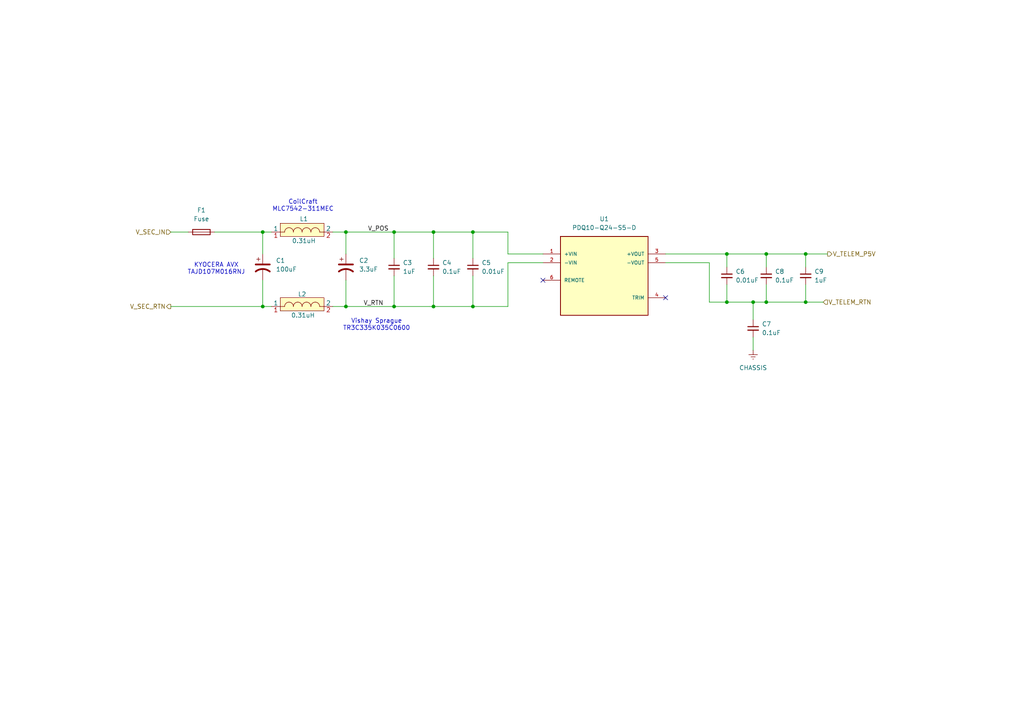
<source format=kicad_sch>
(kicad_sch
	(version 20231120)
	(generator "eeschema")
	(generator_version "8.0")
	(uuid "d5180622-1dbc-4578-9c3d-c32ae5e9519c")
	(paper "A4")
	(lib_symbols
		(symbol "CUI:PDQ10-Q24-S3-D"
			(pin_names
				(offset 1.016)
			)
			(exclude_from_sim no)
			(in_bom yes)
			(on_board yes)
			(property "Reference" "U"
				(at -12.725 10.1799 0)
				(effects
					(font
						(size 1.27 1.27)
					)
					(justify left bottom)
				)
			)
			(property "Value" "PDQ10-Q24-S3-D"
				(at -12.7248 -15.2698 0)
				(effects
					(font
						(size 1.27 1.27)
					)
					(justify left bottom)
				)
			)
			(property "Footprint" "PDQ10-Q24-S3-D:CONV_PDQ10-Q24-S3-D"
				(at 0 0 0)
				(effects
					(font
						(size 1.27 1.27)
					)
					(justify bottom)
					(hide yes)
				)
			)
			(property "Datasheet" ""
				(at 0 0 0)
				(effects
					(font
						(size 1.27 1.27)
					)
					(hide yes)
				)
			)
			(property "Description" ""
				(at 0 0 0)
				(effects
					(font
						(size 1.27 1.27)
					)
					(hide yes)
				)
			)
			(property "MF" "CUI Inc."
				(at 0 0 0)
				(effects
					(font
						(size 1.27 1.27)
					)
					(justify bottom)
					(hide yes)
				)
			)
			(property "Description_1" "10 W, 4:1 Input Range, Single/Dual Regulated Output, 1500 Vdc Isolation, Dc-Dc Converter"
				(at 0 0 0)
				(effects
					(font
						(size 1.27 1.27)
					)
					(justify bottom)
					(hide yes)
				)
			)
			(property "Package" "DIP-6 CUI"
				(at 0 0 0)
				(effects
					(font
						(size 1.27 1.27)
					)
					(justify bottom)
					(hide yes)
				)
			)
			(property "Price" "None"
				(at 0 0 0)
				(effects
					(font
						(size 1.27 1.27)
					)
					(justify bottom)
					(hide yes)
				)
			)
			(property "Check_prices" "https://www.snapeda.com/parts/PDQ10-Q24-S3-D/CUI/view-part/?ref=eda"
				(at 0 0 0)
				(effects
					(font
						(size 1.27 1.27)
					)
					(justify bottom)
					(hide yes)
				)
			)
			(property "STANDARD" "Manufacturer Recommendations"
				(at 0 0 0)
				(effects
					(font
						(size 1.27 1.27)
					)
					(justify bottom)
					(hide yes)
				)
			)
			(property "PARTREV" "1.0"
				(at 0 0 0)
				(effects
					(font
						(size 1.27 1.27)
					)
					(justify bottom)
					(hide yes)
				)
			)
			(property "SnapEDA_Link" "https://www.snapeda.com/parts/PDQ10-Q24-S3-D/CUI/view-part/?ref=snap"
				(at 0 0 0)
				(effects
					(font
						(size 1.27 1.27)
					)
					(justify bottom)
					(hide yes)
				)
			)
			(property "MP" "PDQ10-Q24-S3-D"
				(at 0 0 0)
				(effects
					(font
						(size 1.27 1.27)
					)
					(justify bottom)
					(hide yes)
				)
			)
			(property "CUI_purchase_URL" "https://www.cui.com/product/dc-dc-converters/isolated/pdq10-d-series?utm_source=snapeda.com&utm_medium=referral&utm_campaign=snapedaBOM"
				(at 0 0 0)
				(effects
					(font
						(size 1.27 1.27)
					)
					(justify bottom)
					(hide yes)
				)
			)
			(property "Availability" "In Stock"
				(at 0 0 0)
				(effects
					(font
						(size 1.27 1.27)
					)
					(justify bottom)
					(hide yes)
				)
			)
			(property "MANUFACTURER" "CUI Inc"
				(at 0 0 0)
				(effects
					(font
						(size 1.27 1.27)
					)
					(justify bottom)
					(hide yes)
				)
			)
			(symbol "PDQ10-Q24-S3-D_0_0"
				(rectangle
					(start -12.7 -12.7)
					(end 12.7 10.16)
					(stroke
						(width 0.254)
						(type default)
					)
					(fill
						(type background)
					)
				)
				(pin input line
					(at -17.78 5.08 0)
					(length 5.08)
					(name "+VIN"
						(effects
							(font
								(size 1.016 1.016)
							)
						)
					)
					(number "1"
						(effects
							(font
								(size 1.016 1.016)
							)
						)
					)
				)
				(pin input line
					(at -17.78 2.54 0)
					(length 5.08)
					(name "-VIN"
						(effects
							(font
								(size 1.016 1.016)
							)
						)
					)
					(number "2"
						(effects
							(font
								(size 1.016 1.016)
							)
						)
					)
				)
				(pin output line
					(at 17.78 5.08 180)
					(length 5.08)
					(name "+VOUT"
						(effects
							(font
								(size 1.016 1.016)
							)
						)
					)
					(number "3"
						(effects
							(font
								(size 1.016 1.016)
							)
						)
					)
				)
				(pin passive line
					(at 17.78 -7.62 180)
					(length 5.08)
					(name "TRIM"
						(effects
							(font
								(size 1.016 1.016)
							)
						)
					)
					(number "4"
						(effects
							(font
								(size 1.016 1.016)
							)
						)
					)
				)
				(pin output line
					(at 17.78 2.54 180)
					(length 5.08)
					(name "-VOUT"
						(effects
							(font
								(size 1.016 1.016)
							)
						)
					)
					(number "5"
						(effects
							(font
								(size 1.016 1.016)
							)
						)
					)
				)
				(pin input line
					(at -17.78 -2.54 0)
					(length 5.08)
					(name "REMOTE"
						(effects
							(font
								(size 1.016 1.016)
							)
						)
					)
					(number "6"
						(effects
							(font
								(size 1.016 1.016)
							)
						)
					)
				)
			)
		)
		(symbol "CoilCraft:MLC7542"
			(pin_names
				(offset 0)
			)
			(exclude_from_sim no)
			(in_bom yes)
			(on_board yes)
			(property "Reference" "L"
				(at 5.334 3.81 0)
				(effects
					(font
						(size 1.27 1.27)
					)
				)
			)
			(property "Value" ""
				(at 6.35 3.302 0)
				(effects
					(font
						(size 1.27 1.27)
					)
				)
			)
			(property "Footprint" ""
				(at 6.35 3.302 0)
				(effects
					(font
						(size 1.27 1.27)
					)
					(hide yes)
				)
			)
			(property "Datasheet" ""
				(at 6.35 3.302 0)
				(effects
					(font
						(size 1.27 1.27)
					)
					(hide yes)
				)
			)
			(property "Description" ""
				(at 6.35 3.302 0)
				(effects
					(font
						(size 1.27 1.27)
					)
					(hide yes)
				)
			)
			(symbol "MLC7542_0_1"
				(arc
					(start 2.54 1.27)
					(mid 1.642 0.898)
					(end 1.27 0)
					(stroke
						(width 0)
						(type default)
					)
					(fill
						(type none)
					)
				)
				(arc
					(start 3.81 0)
					(mid 3.438 0.898)
					(end 2.54 1.27)
					(stroke
						(width 0)
						(type default)
					)
					(fill
						(type none)
					)
				)
				(arc
					(start 5.08 1.27)
					(mid 4.182 0.898)
					(end 3.81 0)
					(stroke
						(width 0)
						(type default)
					)
					(fill
						(type none)
					)
				)
				(arc
					(start 6.35 0)
					(mid 5.978 0.898)
					(end 5.08 1.27)
					(stroke
						(width 0)
						(type default)
					)
					(fill
						(type none)
					)
				)
				(arc
					(start 7.62 1.27)
					(mid 6.722 0.898)
					(end 6.35 0)
					(stroke
						(width 0)
						(type default)
					)
					(fill
						(type none)
					)
				)
				(arc
					(start 8.89 0)
					(mid 8.518 0.898)
					(end 7.62 1.27)
					(stroke
						(width 0)
						(type default)
					)
					(fill
						(type none)
					)
				)
				(arc
					(start 10.16 1.27)
					(mid 9.262 0.898)
					(end 8.89 0)
					(stroke
						(width 0)
						(type default)
					)
					(fill
						(type none)
					)
				)
				(arc
					(start 11.43 0)
					(mid 11.058 0.898)
					(end 10.16 1.27)
					(stroke
						(width 0)
						(type default)
					)
					(fill
						(type none)
					)
				)
			)
			(symbol "MLC7542_1_1"
				(polyline
					(pts
						(xy 1.27 0) (xy 0 0)
					)
					(stroke
						(width 0)
						(type default)
					)
					(fill
						(type none)
					)
				)
				(polyline
					(pts
						(xy 11.43 0) (xy 12.7 0)
					)
					(stroke
						(width 0)
						(type default)
					)
					(fill
						(type none)
					)
				)
				(rectangle
					(start 0 2.54)
					(end 12.7 -1.27)
					(stroke
						(width 0)
						(type default)
					)
					(fill
						(type background)
					)
				)
				(pin bidirectional line
					(at -2.54 0 0)
					(length 2.54)
					(name "1"
						(effects
							(font
								(size 1.27 1.27)
							)
						)
					)
					(number "1"
						(effects
							(font
								(size 1.27 1.27)
							)
						)
					)
				)
				(pin bidirectional line
					(at 15.24 0 180)
					(length 2.54)
					(name "2"
						(effects
							(font
								(size 1.27 1.27)
							)
						)
					)
					(number "2"
						(effects
							(font
								(size 1.27 1.27)
							)
						)
					)
				)
			)
		)
		(symbol "Device:C_Polarized_US"
			(pin_numbers hide)
			(pin_names
				(offset 0.254) hide)
			(exclude_from_sim no)
			(in_bom yes)
			(on_board yes)
			(property "Reference" "C"
				(at 0.635 2.54 0)
				(effects
					(font
						(size 1.27 1.27)
					)
					(justify left)
				)
			)
			(property "Value" "C_Polarized_US"
				(at 0.635 -2.54 0)
				(effects
					(font
						(size 1.27 1.27)
					)
					(justify left)
				)
			)
			(property "Footprint" ""
				(at 0 0 0)
				(effects
					(font
						(size 1.27 1.27)
					)
					(hide yes)
				)
			)
			(property "Datasheet" "~"
				(at 0 0 0)
				(effects
					(font
						(size 1.27 1.27)
					)
					(hide yes)
				)
			)
			(property "Description" "Polarized capacitor, US symbol"
				(at 0 0 0)
				(effects
					(font
						(size 1.27 1.27)
					)
					(hide yes)
				)
			)
			(property "ki_keywords" "cap capacitor"
				(at 0 0 0)
				(effects
					(font
						(size 1.27 1.27)
					)
					(hide yes)
				)
			)
			(property "ki_fp_filters" "CP_*"
				(at 0 0 0)
				(effects
					(font
						(size 1.27 1.27)
					)
					(hide yes)
				)
			)
			(symbol "C_Polarized_US_0_1"
				(polyline
					(pts
						(xy -2.032 0.762) (xy 2.032 0.762)
					)
					(stroke
						(width 0.508)
						(type default)
					)
					(fill
						(type none)
					)
				)
				(polyline
					(pts
						(xy -1.778 2.286) (xy -0.762 2.286)
					)
					(stroke
						(width 0)
						(type default)
					)
					(fill
						(type none)
					)
				)
				(polyline
					(pts
						(xy -1.27 1.778) (xy -1.27 2.794)
					)
					(stroke
						(width 0)
						(type default)
					)
					(fill
						(type none)
					)
				)
				(arc
					(start 2.032 -1.27)
					(mid 0 -0.5572)
					(end -2.032 -1.27)
					(stroke
						(width 0.508)
						(type default)
					)
					(fill
						(type none)
					)
				)
			)
			(symbol "C_Polarized_US_1_1"
				(pin passive line
					(at 0 3.81 270)
					(length 2.794)
					(name "~"
						(effects
							(font
								(size 1.27 1.27)
							)
						)
					)
					(number "1"
						(effects
							(font
								(size 1.27 1.27)
							)
						)
					)
				)
				(pin passive line
					(at 0 -3.81 90)
					(length 3.302)
					(name "~"
						(effects
							(font
								(size 1.27 1.27)
							)
						)
					)
					(number "2"
						(effects
							(font
								(size 1.27 1.27)
							)
						)
					)
				)
			)
		)
		(symbol "Device:C_Small"
			(pin_numbers hide)
			(pin_names
				(offset 0.254) hide)
			(exclude_from_sim no)
			(in_bom yes)
			(on_board yes)
			(property "Reference" "C"
				(at 0.254 1.778 0)
				(effects
					(font
						(size 1.27 1.27)
					)
					(justify left)
				)
			)
			(property "Value" "C_Small"
				(at 0.254 -2.032 0)
				(effects
					(font
						(size 1.27 1.27)
					)
					(justify left)
				)
			)
			(property "Footprint" ""
				(at 0 0 0)
				(effects
					(font
						(size 1.27 1.27)
					)
					(hide yes)
				)
			)
			(property "Datasheet" "~"
				(at 0 0 0)
				(effects
					(font
						(size 1.27 1.27)
					)
					(hide yes)
				)
			)
			(property "Description" "Unpolarized capacitor, small symbol"
				(at 0 0 0)
				(effects
					(font
						(size 1.27 1.27)
					)
					(hide yes)
				)
			)
			(property "ki_keywords" "capacitor cap"
				(at 0 0 0)
				(effects
					(font
						(size 1.27 1.27)
					)
					(hide yes)
				)
			)
			(property "ki_fp_filters" "C_*"
				(at 0 0 0)
				(effects
					(font
						(size 1.27 1.27)
					)
					(hide yes)
				)
			)
			(symbol "C_Small_0_1"
				(polyline
					(pts
						(xy -1.524 -0.508) (xy 1.524 -0.508)
					)
					(stroke
						(width 0.3302)
						(type default)
					)
					(fill
						(type none)
					)
				)
				(polyline
					(pts
						(xy -1.524 0.508) (xy 1.524 0.508)
					)
					(stroke
						(width 0.3048)
						(type default)
					)
					(fill
						(type none)
					)
				)
			)
			(symbol "C_Small_1_1"
				(pin passive line
					(at 0 2.54 270)
					(length 2.032)
					(name "~"
						(effects
							(font
								(size 1.27 1.27)
							)
						)
					)
					(number "1"
						(effects
							(font
								(size 1.27 1.27)
							)
						)
					)
				)
				(pin passive line
					(at 0 -2.54 90)
					(length 2.032)
					(name "~"
						(effects
							(font
								(size 1.27 1.27)
							)
						)
					)
					(number "2"
						(effects
							(font
								(size 1.27 1.27)
							)
						)
					)
				)
			)
		)
		(symbol "Device:Fuse"
			(pin_numbers hide)
			(pin_names
				(offset 0)
			)
			(exclude_from_sim no)
			(in_bom yes)
			(on_board yes)
			(property "Reference" "F"
				(at 2.032 0 90)
				(effects
					(font
						(size 1.27 1.27)
					)
				)
			)
			(property "Value" "Fuse"
				(at -1.905 0 90)
				(effects
					(font
						(size 1.27 1.27)
					)
				)
			)
			(property "Footprint" ""
				(at -1.778 0 90)
				(effects
					(font
						(size 1.27 1.27)
					)
					(hide yes)
				)
			)
			(property "Datasheet" "~"
				(at 0 0 0)
				(effects
					(font
						(size 1.27 1.27)
					)
					(hide yes)
				)
			)
			(property "Description" "Fuse"
				(at 0 0 0)
				(effects
					(font
						(size 1.27 1.27)
					)
					(hide yes)
				)
			)
			(property "ki_keywords" "fuse"
				(at 0 0 0)
				(effects
					(font
						(size 1.27 1.27)
					)
					(hide yes)
				)
			)
			(property "ki_fp_filters" "*Fuse*"
				(at 0 0 0)
				(effects
					(font
						(size 1.27 1.27)
					)
					(hide yes)
				)
			)
			(symbol "Fuse_0_1"
				(rectangle
					(start -0.762 -2.54)
					(end 0.762 2.54)
					(stroke
						(width 0.254)
						(type default)
					)
					(fill
						(type none)
					)
				)
				(polyline
					(pts
						(xy 0 2.54) (xy 0 -2.54)
					)
					(stroke
						(width 0)
						(type default)
					)
					(fill
						(type none)
					)
				)
			)
			(symbol "Fuse_1_1"
				(pin passive line
					(at 0 3.81 270)
					(length 1.27)
					(name "~"
						(effects
							(font
								(size 1.27 1.27)
							)
						)
					)
					(number "1"
						(effects
							(font
								(size 1.27 1.27)
							)
						)
					)
				)
				(pin passive line
					(at 0 -3.81 90)
					(length 1.27)
					(name "~"
						(effects
							(font
								(size 1.27 1.27)
							)
						)
					)
					(number "2"
						(effects
							(font
								(size 1.27 1.27)
							)
						)
					)
				)
			)
		)
		(symbol "power:Earth"
			(power)
			(pin_numbers hide)
			(pin_names
				(offset 0) hide)
			(exclude_from_sim no)
			(in_bom yes)
			(on_board yes)
			(property "Reference" "#PWR"
				(at 0 -6.35 0)
				(effects
					(font
						(size 1.27 1.27)
					)
					(hide yes)
				)
			)
			(property "Value" "Earth"
				(at 0 -3.81 0)
				(effects
					(font
						(size 1.27 1.27)
					)
				)
			)
			(property "Footprint" ""
				(at 0 0 0)
				(effects
					(font
						(size 1.27 1.27)
					)
					(hide yes)
				)
			)
			(property "Datasheet" "~"
				(at 0 0 0)
				(effects
					(font
						(size 1.27 1.27)
					)
					(hide yes)
				)
			)
			(property "Description" "Power symbol creates a global label with name \"Earth\""
				(at 0 0 0)
				(effects
					(font
						(size 1.27 1.27)
					)
					(hide yes)
				)
			)
			(property "ki_keywords" "global ground gnd"
				(at 0 0 0)
				(effects
					(font
						(size 1.27 1.27)
					)
					(hide yes)
				)
			)
			(symbol "Earth_0_1"
				(polyline
					(pts
						(xy -0.635 -1.905) (xy 0.635 -1.905)
					)
					(stroke
						(width 0)
						(type default)
					)
					(fill
						(type none)
					)
				)
				(polyline
					(pts
						(xy -0.127 -2.54) (xy 0.127 -2.54)
					)
					(stroke
						(width 0)
						(type default)
					)
					(fill
						(type none)
					)
				)
				(polyline
					(pts
						(xy 0 -1.27) (xy 0 0)
					)
					(stroke
						(width 0)
						(type default)
					)
					(fill
						(type none)
					)
				)
				(polyline
					(pts
						(xy 1.27 -1.27) (xy -1.27 -1.27)
					)
					(stroke
						(width 0)
						(type default)
					)
					(fill
						(type none)
					)
				)
			)
			(symbol "Earth_1_1"
				(pin power_in line
					(at 0 0 270)
					(length 0)
					(name "~"
						(effects
							(font
								(size 1.27 1.27)
							)
						)
					)
					(number "1"
						(effects
							(font
								(size 1.27 1.27)
							)
						)
					)
				)
			)
		)
	)
	(junction
		(at 100.33 88.9)
		(diameter 0)
		(color 0 0 0 0)
		(uuid "0d4a56a8-ef91-446b-be72-ccbc1bb725f7")
	)
	(junction
		(at 137.16 67.31)
		(diameter 0)
		(color 0 0 0 0)
		(uuid "0f11fe56-3896-4654-9c86-84781138b264")
	)
	(junction
		(at 222.25 87.63)
		(diameter 0)
		(color 0 0 0 0)
		(uuid "3177782b-098b-4113-b1e8-ce4f034038c4")
	)
	(junction
		(at 76.2 88.9)
		(diameter 0)
		(color 0 0 0 0)
		(uuid "322958dc-4b9e-4546-9737-779c07205ece")
	)
	(junction
		(at 125.73 67.31)
		(diameter 0)
		(color 0 0 0 0)
		(uuid "43a49a7b-c937-428a-ab70-60d12f59ddd0")
	)
	(junction
		(at 137.16 88.9)
		(diameter 0)
		(color 0 0 0 0)
		(uuid "4ccdfeaa-d89c-46b1-b928-9bdf662432b1")
	)
	(junction
		(at 233.68 87.63)
		(diameter 0)
		(color 0 0 0 0)
		(uuid "4f645e2e-9968-4127-98e2-3193c4ed4987")
	)
	(junction
		(at 100.33 67.31)
		(diameter 0)
		(color 0 0 0 0)
		(uuid "75921914-eb6c-4f75-a5ef-f6cb9def11ff")
	)
	(junction
		(at 114.3 88.9)
		(diameter 0)
		(color 0 0 0 0)
		(uuid "8f5ee86e-15e7-402c-a4cf-22e51aab1cce")
	)
	(junction
		(at 114.3 67.31)
		(diameter 0)
		(color 0 0 0 0)
		(uuid "ab9bfb99-8e3f-467e-825f-db26941f2312")
	)
	(junction
		(at 76.2 67.31)
		(diameter 0)
		(color 0 0 0 0)
		(uuid "c48f75e7-d3b2-4578-b828-db7be81e0566")
	)
	(junction
		(at 222.25 73.66)
		(diameter 0)
		(color 0 0 0 0)
		(uuid "cfbd015b-ff4f-4143-b4f8-5e4bac03ae48")
	)
	(junction
		(at 210.82 73.66)
		(diameter 0)
		(color 0 0 0 0)
		(uuid "f06ea201-6d31-4850-a311-68b53463c8f4")
	)
	(junction
		(at 218.44 87.63)
		(diameter 0)
		(color 0 0 0 0)
		(uuid "f170a8bd-3663-4341-aa79-5ec1406f8ab7")
	)
	(junction
		(at 125.73 88.9)
		(diameter 0)
		(color 0 0 0 0)
		(uuid "f95e7d21-8886-4a32-9eab-ec3b9c5ca9c1")
	)
	(junction
		(at 210.82 87.63)
		(diameter 0)
		(color 0 0 0 0)
		(uuid "fb87307b-1804-420b-9621-201b0db14c95")
	)
	(junction
		(at 233.68 73.66)
		(diameter 0)
		(color 0 0 0 0)
		(uuid "fec91e86-eb81-47bf-a729-a75737be05b1")
	)
	(no_connect
		(at 157.48 81.28)
		(uuid "8943b8c7-5587-4d0a-aaaf-dea91120e7ca")
	)
	(no_connect
		(at 193.04 86.36)
		(uuid "9822f58e-001b-4644-bb1d-8b8220b244ca")
	)
	(wire
		(pts
			(xy 100.33 67.31) (xy 96.52 67.31)
		)
		(stroke
			(width 0)
			(type default)
		)
		(uuid "027a52a5-c3a3-4edf-ac3c-fc725600d669")
	)
	(wire
		(pts
			(xy 125.73 80.01) (xy 125.73 88.9)
		)
		(stroke
			(width 0)
			(type default)
		)
		(uuid "043a1356-9a92-4cef-8fa0-83eb5bbfc7c5")
	)
	(wire
		(pts
			(xy 193.04 76.2) (xy 205.74 76.2)
		)
		(stroke
			(width 0)
			(type default)
		)
		(uuid "053d8aa5-b993-407a-9727-57bf78602a2f")
	)
	(wire
		(pts
			(xy 125.73 67.31) (xy 137.16 67.31)
		)
		(stroke
			(width 0)
			(type default)
		)
		(uuid "067c5001-d878-49a1-8edf-917d922fa479")
	)
	(wire
		(pts
			(xy 233.68 87.63) (xy 238.76 87.63)
		)
		(stroke
			(width 0)
			(type default)
		)
		(uuid "114507a0-32e8-47b0-94b4-72c5be8a41d2")
	)
	(wire
		(pts
			(xy 137.16 67.31) (xy 147.32 67.31)
		)
		(stroke
			(width 0)
			(type default)
		)
		(uuid "1232439e-1a9e-4799-be8a-dd18fde2bc70")
	)
	(wire
		(pts
			(xy 114.3 67.31) (xy 114.3 74.93)
		)
		(stroke
			(width 0)
			(type default)
		)
		(uuid "159fe08c-d595-42b7-9f94-48cf5b92206f")
	)
	(wire
		(pts
			(xy 100.33 67.31) (xy 114.3 67.31)
		)
		(stroke
			(width 0)
			(type default)
		)
		(uuid "18fb7603-07ec-4a91-9466-b1bcfedb7483")
	)
	(wire
		(pts
			(xy 147.32 76.2) (xy 157.48 76.2)
		)
		(stroke
			(width 0)
			(type default)
		)
		(uuid "1d60b67c-bafc-4e0d-a171-6282f6bf8889")
	)
	(wire
		(pts
			(xy 100.33 73.66) (xy 100.33 67.31)
		)
		(stroke
			(width 0)
			(type default)
		)
		(uuid "2645869b-f816-4c61-8b6e-4fd8be95bec8")
	)
	(wire
		(pts
			(xy 114.3 67.31) (xy 125.73 67.31)
		)
		(stroke
			(width 0)
			(type default)
		)
		(uuid "2664ef0b-1b09-4860-b1e0-e0a2f876ad1c")
	)
	(wire
		(pts
			(xy 125.73 88.9) (xy 114.3 88.9)
		)
		(stroke
			(width 0)
			(type default)
		)
		(uuid "2afe9561-0730-4610-ba02-9fd68a9f121a")
	)
	(wire
		(pts
			(xy 114.3 88.9) (xy 100.33 88.9)
		)
		(stroke
			(width 0)
			(type default)
		)
		(uuid "3215d5e7-5b54-4060-aac3-ddc3bc5b96a6")
	)
	(wire
		(pts
			(xy 222.25 73.66) (xy 233.68 73.66)
		)
		(stroke
			(width 0)
			(type default)
		)
		(uuid "3e200c3e-6a1d-42fa-88ab-9775627599be")
	)
	(wire
		(pts
			(xy 76.2 81.28) (xy 76.2 88.9)
		)
		(stroke
			(width 0)
			(type default)
		)
		(uuid "40e1f6ac-d37f-4d44-ab7f-1871e915570a")
	)
	(wire
		(pts
			(xy 210.82 73.66) (xy 222.25 73.66)
		)
		(stroke
			(width 0)
			(type default)
		)
		(uuid "4445be1a-eee1-4b6b-a1ea-52de591759db")
	)
	(wire
		(pts
			(xy 137.16 80.01) (xy 137.16 88.9)
		)
		(stroke
			(width 0)
			(type default)
		)
		(uuid "4672776d-f1dc-43e4-85bf-2bbc954480a8")
	)
	(wire
		(pts
			(xy 76.2 67.31) (xy 76.2 73.66)
		)
		(stroke
			(width 0)
			(type default)
		)
		(uuid "49a8b1b8-4038-4641-9f45-76648546d37b")
	)
	(wire
		(pts
			(xy 233.68 73.66) (xy 240.03 73.66)
		)
		(stroke
			(width 0)
			(type default)
		)
		(uuid "4a014d73-6906-4698-836d-c47cb0c04abd")
	)
	(wire
		(pts
			(xy 76.2 88.9) (xy 78.74 88.9)
		)
		(stroke
			(width 0)
			(type default)
		)
		(uuid "4dd14d98-b053-434f-9d91-d23cbe18e5fc")
	)
	(wire
		(pts
			(xy 210.82 87.63) (xy 218.44 87.63)
		)
		(stroke
			(width 0)
			(type default)
		)
		(uuid "50957229-13b5-4934-a755-3560e55887ce")
	)
	(wire
		(pts
			(xy 100.33 81.28) (xy 100.33 88.9)
		)
		(stroke
			(width 0)
			(type default)
		)
		(uuid "55f77fd4-923f-46ef-9fe4-b88b27647563")
	)
	(wire
		(pts
			(xy 218.44 87.63) (xy 222.25 87.63)
		)
		(stroke
			(width 0)
			(type default)
		)
		(uuid "672c1824-d72b-4ee8-9744-3dfdc4b35f86")
	)
	(wire
		(pts
			(xy 233.68 73.66) (xy 233.68 77.47)
		)
		(stroke
			(width 0)
			(type default)
		)
		(uuid "7214c983-b44d-47fa-b6aa-f857e62450ae")
	)
	(wire
		(pts
			(xy 218.44 87.63) (xy 218.44 92.71)
		)
		(stroke
			(width 0)
			(type default)
		)
		(uuid "76304524-475f-4870-bcd1-29e1165eef0d")
	)
	(wire
		(pts
			(xy 205.74 76.2) (xy 205.74 87.63)
		)
		(stroke
			(width 0)
			(type default)
		)
		(uuid "7662878d-0bce-4033-9813-033fe621e205")
	)
	(wire
		(pts
			(xy 147.32 76.2) (xy 147.32 88.9)
		)
		(stroke
			(width 0)
			(type default)
		)
		(uuid "8275a9ae-e801-4b6d-ae44-ab1b8608156b")
	)
	(wire
		(pts
			(xy 49.53 88.9) (xy 76.2 88.9)
		)
		(stroke
			(width 0)
			(type default)
		)
		(uuid "84cddada-97d4-490d-84f0-72017a582c55")
	)
	(wire
		(pts
			(xy 76.2 67.31) (xy 78.74 67.31)
		)
		(stroke
			(width 0)
			(type default)
		)
		(uuid "8cf293bc-4104-4363-82bf-97a333978a02")
	)
	(wire
		(pts
			(xy 222.25 87.63) (xy 233.68 87.63)
		)
		(stroke
			(width 0)
			(type default)
		)
		(uuid "8fbca9d7-1f77-426e-8729-bc0e3991110f")
	)
	(wire
		(pts
			(xy 147.32 73.66) (xy 157.48 73.66)
		)
		(stroke
			(width 0)
			(type default)
		)
		(uuid "90260f87-3289-4cb2-b247-9bd28848f959")
	)
	(wire
		(pts
			(xy 147.32 67.31) (xy 147.32 73.66)
		)
		(stroke
			(width 0)
			(type default)
		)
		(uuid "99cc0955-902b-4564-8f64-cd6a50de8c87")
	)
	(wire
		(pts
			(xy 137.16 67.31) (xy 137.16 74.93)
		)
		(stroke
			(width 0)
			(type default)
		)
		(uuid "a26b8771-6ca2-432a-ab0a-e26bcdfd4a39")
	)
	(wire
		(pts
			(xy 137.16 88.9) (xy 125.73 88.9)
		)
		(stroke
			(width 0)
			(type default)
		)
		(uuid "a93e96cf-5a56-4d1a-b410-6ce3ffe12378")
	)
	(wire
		(pts
			(xy 100.33 88.9) (xy 96.52 88.9)
		)
		(stroke
			(width 0)
			(type default)
		)
		(uuid "b5b906e3-a892-445d-b3d8-349bb867588c")
	)
	(wire
		(pts
			(xy 222.25 73.66) (xy 222.25 77.47)
		)
		(stroke
			(width 0)
			(type default)
		)
		(uuid "c1ca40ff-3fdf-4cb2-ad88-c226ccff99b6")
	)
	(wire
		(pts
			(xy 193.04 73.66) (xy 210.82 73.66)
		)
		(stroke
			(width 0)
			(type default)
		)
		(uuid "c68786d6-bd5e-465e-a46d-20dd7205d72b")
	)
	(wire
		(pts
			(xy 210.82 73.66) (xy 210.82 77.47)
		)
		(stroke
			(width 0)
			(type default)
		)
		(uuid "d4824907-5b21-4c20-8384-442a3a7cf729")
	)
	(wire
		(pts
			(xy 222.25 82.55) (xy 222.25 87.63)
		)
		(stroke
			(width 0)
			(type default)
		)
		(uuid "d7c2d054-fa83-4e77-a0c6-7d42fb6df715")
	)
	(wire
		(pts
			(xy 147.32 88.9) (xy 137.16 88.9)
		)
		(stroke
			(width 0)
			(type default)
		)
		(uuid "d91c8d2f-eed4-4dff-aa92-8d17e970155d")
	)
	(wire
		(pts
			(xy 62.23 67.31) (xy 76.2 67.31)
		)
		(stroke
			(width 0)
			(type default)
		)
		(uuid "dc4e0136-f134-420c-a1fd-4b9f287f1299")
	)
	(wire
		(pts
			(xy 233.68 82.55) (xy 233.68 87.63)
		)
		(stroke
			(width 0)
			(type default)
		)
		(uuid "dfb7723e-b4cc-436d-8e56-cec428f928d5")
	)
	(wire
		(pts
			(xy 125.73 67.31) (xy 125.73 74.93)
		)
		(stroke
			(width 0)
			(type default)
		)
		(uuid "e20cc7ba-8a4f-488b-be5e-e2fd08925ae2")
	)
	(wire
		(pts
			(xy 210.82 82.55) (xy 210.82 87.63)
		)
		(stroke
			(width 0)
			(type default)
		)
		(uuid "e4526989-2a60-4926-80a5-e2c1a475d87e")
	)
	(wire
		(pts
			(xy 49.53 67.31) (xy 54.61 67.31)
		)
		(stroke
			(width 0)
			(type default)
		)
		(uuid "e8c050c2-67a4-4612-87a1-55cc05cc9fe2")
	)
	(wire
		(pts
			(xy 114.3 80.01) (xy 114.3 88.9)
		)
		(stroke
			(width 0)
			(type default)
		)
		(uuid "f01c608a-0d68-4a49-a129-16e5fc8e144d")
	)
	(wire
		(pts
			(xy 205.74 87.63) (xy 210.82 87.63)
		)
		(stroke
			(width 0)
			(type default)
		)
		(uuid "f3998662-0e87-4630-81ae-3481a3e90995")
	)
	(wire
		(pts
			(xy 218.44 97.79) (xy 218.44 101.6)
		)
		(stroke
			(width 0)
			(type default)
		)
		(uuid "f547d7ff-638c-4cfa-beee-6c83271c590c")
	)
	(text "KYOCERA AVX\nTAJD107M016RNJ"
		(exclude_from_sim no)
		(at 62.738 77.978 0)
		(effects
			(font
				(size 1.27 1.27)
			)
		)
		(uuid "10a1b0d3-921e-40bb-bc96-f26c754c99d5")
	)
	(text "CoilCraft\nMLC7542-311MEC"
		(exclude_from_sim no)
		(at 87.884 59.69 0)
		(effects
			(font
				(size 1.27 1.27)
			)
		)
		(uuid "50920ec0-1c33-42ac-b875-42a9915b0686")
	)
	(text "Vishay Sprague\nTR3C335K035C0600"
		(exclude_from_sim no)
		(at 109.22 94.234 0)
		(effects
			(font
				(size 1.27 1.27)
			)
		)
		(uuid "e939303f-ed74-4ce7-ad18-dbc5fa1468eb")
	)
	(label "V_POS"
		(at 106.68 67.31 0)
		(fields_autoplaced yes)
		(effects
			(font
				(size 1.27 1.27)
			)
			(justify left bottom)
		)
		(uuid "4846cf1e-dd2b-42ab-9b8a-3e4b430fe808")
	)
	(label "V_RTN"
		(at 105.41 88.9 0)
		(fields_autoplaced yes)
		(effects
			(font
				(size 1.27 1.27)
			)
			(justify left bottom)
		)
		(uuid "904b0142-9ec6-475c-b2a5-dcd8c78d3549")
	)
	(hierarchical_label "V_TELEM_RTN"
		(shape input)
		(at 238.76 87.63 0)
		(fields_autoplaced yes)
		(effects
			(font
				(size 1.27 1.27)
			)
			(justify left)
		)
		(uuid "10806957-57df-449f-bde1-784fa45b626b")
	)
	(hierarchical_label "V_SEC_RTN"
		(shape output)
		(at 49.53 88.9 180)
		(fields_autoplaced yes)
		(effects
			(font
				(size 1.27 1.27)
			)
			(justify right)
		)
		(uuid "14d134bb-0bf1-4441-9d88-96a9e6818bef")
	)
	(hierarchical_label "V_TELEM_P5V"
		(shape output)
		(at 240.03 73.66 0)
		(fields_autoplaced yes)
		(effects
			(font
				(size 1.27 1.27)
			)
			(justify left)
		)
		(uuid "2e41f1a3-5816-445d-8f75-41fbdff75dee")
	)
	(hierarchical_label "V_SEC_IN"
		(shape input)
		(at 49.53 67.31 180)
		(fields_autoplaced yes)
		(effects
			(font
				(size 1.27 1.27)
			)
			(justify right)
		)
		(uuid "6058823a-c3c1-43eb-b868-9f860c2d68bc")
	)
	(symbol
		(lib_id "Device:C_Small")
		(at 125.73 77.47 0)
		(unit 1)
		(exclude_from_sim no)
		(in_bom yes)
		(on_board yes)
		(dnp no)
		(fields_autoplaced yes)
		(uuid "0ab84aa4-1ec7-4db6-8ebe-e5ccd9f752c9")
		(property "Reference" "C4"
			(at 128.27 76.2062 0)
			(effects
				(font
					(size 1.27 1.27)
				)
				(justify left)
			)
		)
		(property "Value" "0.1uF"
			(at 128.27 78.7462 0)
			(effects
				(font
					(size 1.27 1.27)
				)
				(justify left)
			)
		)
		(property "Footprint" "Capacitor_SMD:C_0603_1608Metric"
			(at 125.73 77.47 0)
			(effects
				(font
					(size 1.27 1.27)
				)
				(hide yes)
			)
		)
		(property "Datasheet" "~"
			(at 125.73 77.47 0)
			(effects
				(font
					(size 1.27 1.27)
				)
				(hide yes)
			)
		)
		(property "Description" "Unpolarized capacitor, small symbol"
			(at 125.73 77.47 0)
			(effects
				(font
					(size 1.27 1.27)
				)
				(hide yes)
			)
		)
		(pin "2"
			(uuid "c8d44208-9856-4abc-84dc-d787fb8e1585")
		)
		(pin "1"
			(uuid "e5d58565-2530-4edd-ae05-051b4ae5558b")
		)
		(instances
			(project "Telem_PWR_Board"
				(path "/f2c49594-1e47-411f-9b00-fc1877130d98/3af7af67-cd96-4766-9706-b5513a8288c5"
					(reference "C4")
					(unit 1)
				)
			)
		)
	)
	(symbol
		(lib_id "Device:C_Polarized_US")
		(at 100.33 77.47 0)
		(unit 1)
		(exclude_from_sim no)
		(in_bom yes)
		(on_board yes)
		(dnp no)
		(fields_autoplaced yes)
		(uuid "1f6a9adf-1d70-4b2c-bd6b-1b07475b5c23")
		(property "Reference" "C2"
			(at 104.14 75.5649 0)
			(effects
				(font
					(size 1.27 1.27)
				)
				(justify left)
			)
		)
		(property "Value" "3.3uF"
			(at 104.14 78.1049 0)
			(effects
				(font
					(size 1.27 1.27)
				)
				(justify left)
			)
		)
		(property "Footprint" "Capacitor_Tantalum_SMD:CP_EIA-3216-12_Kemet-S"
			(at 100.33 77.47 0)
			(effects
				(font
					(size 1.27 1.27)
				)
				(hide yes)
			)
		)
		(property "Datasheet" "~"
			(at 100.33 77.47 0)
			(effects
				(font
					(size 1.27 1.27)
				)
				(hide yes)
			)
		)
		(property "Description" "Polarized capacitor, US symbol"
			(at 100.33 77.47 0)
			(effects
				(font
					(size 1.27 1.27)
				)
				(hide yes)
			)
		)
		(pin "1"
			(uuid "45aff81c-51e0-4f91-8701-b23d26bc0fe3")
		)
		(pin "2"
			(uuid "4d34ac1e-2a68-4439-88fc-ce07290c18a3")
		)
		(instances
			(project "Telem_PWR_Board"
				(path "/f2c49594-1e47-411f-9b00-fc1877130d98/3af7af67-cd96-4766-9706-b5513a8288c5"
					(reference "C2")
					(unit 1)
				)
			)
		)
	)
	(symbol
		(lib_id "Device:C_Small")
		(at 210.82 80.01 0)
		(unit 1)
		(exclude_from_sim no)
		(in_bom yes)
		(on_board yes)
		(dnp no)
		(fields_autoplaced yes)
		(uuid "39222e92-236f-4e12-8ff3-5060ff7ac65e")
		(property "Reference" "C6"
			(at 213.36 78.7462 0)
			(effects
				(font
					(size 1.27 1.27)
				)
				(justify left)
			)
		)
		(property "Value" "0.01uF"
			(at 213.36 81.2862 0)
			(effects
				(font
					(size 1.27 1.27)
				)
				(justify left)
			)
		)
		(property "Footprint" "Capacitor_SMD:C_0603_1608Metric"
			(at 210.82 80.01 0)
			(effects
				(font
					(size 1.27 1.27)
				)
				(hide yes)
			)
		)
		(property "Datasheet" "~"
			(at 210.82 80.01 0)
			(effects
				(font
					(size 1.27 1.27)
				)
				(hide yes)
			)
		)
		(property "Description" "Unpolarized capacitor, small symbol"
			(at 210.82 80.01 0)
			(effects
				(font
					(size 1.27 1.27)
				)
				(hide yes)
			)
		)
		(pin "2"
			(uuid "f8a19d56-a46d-44d2-b803-10ebec9fc5bb")
		)
		(pin "1"
			(uuid "dc1919fc-1dc0-413f-8ee0-42a9d7072b5c")
		)
		(instances
			(project "Telem_PWR_Board"
				(path "/f2c49594-1e47-411f-9b00-fc1877130d98/3af7af67-cd96-4766-9706-b5513a8288c5"
					(reference "C6")
					(unit 1)
				)
			)
		)
	)
	(symbol
		(lib_id "Device:Fuse")
		(at 58.42 67.31 90)
		(unit 1)
		(exclude_from_sim no)
		(in_bom yes)
		(on_board yes)
		(dnp no)
		(fields_autoplaced yes)
		(uuid "435d521d-c9fd-43c5-8930-23fe12d248ad")
		(property "Reference" "F1"
			(at 58.42 60.96 90)
			(effects
				(font
					(size 1.27 1.27)
				)
			)
		)
		(property "Value" "Fuse"
			(at 58.42 63.5 90)
			(effects
				(font
					(size 1.27 1.27)
				)
			)
		)
		(property "Footprint" ""
			(at 58.42 69.088 90)
			(effects
				(font
					(size 1.27 1.27)
				)
				(hide yes)
			)
		)
		(property "Datasheet" "~"
			(at 58.42 67.31 0)
			(effects
				(font
					(size 1.27 1.27)
				)
				(hide yes)
			)
		)
		(property "Description" "Fuse"
			(at 58.42 67.31 0)
			(effects
				(font
					(size 1.27 1.27)
				)
				(hide yes)
			)
		)
		(pin "2"
			(uuid "f5984ab3-eb14-477d-b9e5-cee7b23372db")
		)
		(pin "1"
			(uuid "a000cf4d-41e8-4502-8fc4-cc115206481f")
		)
		(instances
			(project "Telem_PWR_Board"
				(path "/f2c49594-1e47-411f-9b00-fc1877130d98/3af7af67-cd96-4766-9706-b5513a8288c5"
					(reference "F1")
					(unit 1)
				)
			)
		)
	)
	(symbol
		(lib_id "CUI:PDQ10-Q24-S3-D")
		(at 175.26 78.74 0)
		(unit 1)
		(exclude_from_sim no)
		(in_bom yes)
		(on_board yes)
		(dnp no)
		(fields_autoplaced yes)
		(uuid "4b81cf72-9ff1-47b8-b034-fe9d91d1f932")
		(property "Reference" "U1"
			(at 175.26 63.5 0)
			(effects
				(font
					(size 1.27 1.27)
				)
			)
		)
		(property "Value" "PDQ10-Q24-S5-D"
			(at 175.26 66.04 0)
			(effects
				(font
					(size 1.27 1.27)
				)
			)
		)
		(property "Footprint" "PDQ10-Q24-S3-D:CONV_PDQ10-Q24-S3-D"
			(at 175.26 78.74 0)
			(effects
				(font
					(size 1.27 1.27)
				)
				(justify bottom)
				(hide yes)
			)
		)
		(property "Datasheet" ""
			(at 175.26 78.74 0)
			(effects
				(font
					(size 1.27 1.27)
				)
				(hide yes)
			)
		)
		(property "Description" ""
			(at 175.26 78.74 0)
			(effects
				(font
					(size 1.27 1.27)
				)
				(hide yes)
			)
		)
		(property "MF" "CUI Inc."
			(at 175.26 78.74 0)
			(effects
				(font
					(size 1.27 1.27)
				)
				(justify bottom)
				(hide yes)
			)
		)
		(property "Description_1" "10 W, 4:1 Input Range, Single/Dual Regulated Output, 1500 Vdc Isolation, Dc-Dc Converter"
			(at 175.26 78.74 0)
			(effects
				(font
					(size 1.27 1.27)
				)
				(justify bottom)
				(hide yes)
			)
		)
		(property "Package" "DIP-6 CUI"
			(at 175.26 78.74 0)
			(effects
				(font
					(size 1.27 1.27)
				)
				(justify bottom)
				(hide yes)
			)
		)
		(property "Price" "None"
			(at 175.26 78.74 0)
			(effects
				(font
					(size 1.27 1.27)
				)
				(justify bottom)
				(hide yes)
			)
		)
		(property "Check_prices" "https://www.snapeda.com/parts/PDQ10-Q24-S3-D/CUI/view-part/?ref=eda"
			(at 175.26 78.74 0)
			(effects
				(font
					(size 1.27 1.27)
				)
				(justify bottom)
				(hide yes)
			)
		)
		(property "STANDARD" "Manufacturer Recommendations"
			(at 175.26 78.74 0)
			(effects
				(font
					(size 1.27 1.27)
				)
				(justify bottom)
				(hide yes)
			)
		)
		(property "PARTREV" "1.0"
			(at 175.26 78.74 0)
			(effects
				(font
					(size 1.27 1.27)
				)
				(justify bottom)
				(hide yes)
			)
		)
		(property "SnapEDA_Link" "https://www.snapeda.com/parts/PDQ10-Q24-S3-D/CUI/view-part/?ref=snap"
			(at 175.26 78.74 0)
			(effects
				(font
					(size 1.27 1.27)
				)
				(justify bottom)
				(hide yes)
			)
		)
		(property "MP" "PDQ10-Q24-S3-D"
			(at 175.26 78.74 0)
			(effects
				(font
					(size 1.27 1.27)
				)
				(justify bottom)
				(hide yes)
			)
		)
		(property "CUI_purchase_URL" "https://www.cui.com/product/dc-dc-converters/isolated/pdq10-d-series?utm_source=snapeda.com&utm_medium=referral&utm_campaign=snapedaBOM"
			(at 175.26 78.74 0)
			(effects
				(font
					(size 1.27 1.27)
				)
				(justify bottom)
				(hide yes)
			)
		)
		(property "Availability" "In Stock"
			(at 175.26 78.74 0)
			(effects
				(font
					(size 1.27 1.27)
				)
				(justify bottom)
				(hide yes)
			)
		)
		(property "MANUFACTURER" "CUI Inc"
			(at 175.26 78.74 0)
			(effects
				(font
					(size 1.27 1.27)
				)
				(justify bottom)
				(hide yes)
			)
		)
		(pin "4"
			(uuid "024369e2-156c-4244-9b09-ab840a7e2c36")
		)
		(pin "5"
			(uuid "0e6517bf-1844-41f2-a684-525eb590aed0")
		)
		(pin "6"
			(uuid "1f147a0a-c273-49a9-9a22-efe2c04c821e")
		)
		(pin "1"
			(uuid "41993537-89f5-4b6b-99eb-5fb309c5a762")
		)
		(pin "2"
			(uuid "412fcf58-ff16-49c9-9546-38b24c3bdfbe")
		)
		(pin "3"
			(uuid "6fd7d71c-5e25-466d-9a6c-7cc810b0bb36")
		)
		(instances
			(project "Telem_PWR_Board"
				(path "/f2c49594-1e47-411f-9b00-fc1877130d98/3af7af67-cd96-4766-9706-b5513a8288c5"
					(reference "U1")
					(unit 1)
				)
			)
		)
	)
	(symbol
		(lib_id "Device:C_Small")
		(at 233.68 80.01 0)
		(unit 1)
		(exclude_from_sim no)
		(in_bom yes)
		(on_board yes)
		(dnp no)
		(fields_autoplaced yes)
		(uuid "5331e48f-4fb1-4063-b656-2929096aa464")
		(property "Reference" "C9"
			(at 236.22 78.7462 0)
			(effects
				(font
					(size 1.27 1.27)
				)
				(justify left)
			)
		)
		(property "Value" "1uF"
			(at 236.22 81.2862 0)
			(effects
				(font
					(size 1.27 1.27)
				)
				(justify left)
			)
		)
		(property "Footprint" "Capacitor_SMD:C_0603_1608Metric"
			(at 233.68 80.01 0)
			(effects
				(font
					(size 1.27 1.27)
				)
				(hide yes)
			)
		)
		(property "Datasheet" "~"
			(at 233.68 80.01 0)
			(effects
				(font
					(size 1.27 1.27)
				)
				(hide yes)
			)
		)
		(property "Description" "Unpolarized capacitor, small symbol"
			(at 233.68 80.01 0)
			(effects
				(font
					(size 1.27 1.27)
				)
				(hide yes)
			)
		)
		(pin "2"
			(uuid "ab38f038-9bb2-4efc-bd9e-8c7a111146e3")
		)
		(pin "1"
			(uuid "83c3394f-453c-4071-9c8d-a953676fa8ea")
		)
		(instances
			(project "Telem_PWR_Board"
				(path "/f2c49594-1e47-411f-9b00-fc1877130d98/3af7af67-cd96-4766-9706-b5513a8288c5"
					(reference "C9")
					(unit 1)
				)
			)
		)
	)
	(symbol
		(lib_id "Device:C_Small")
		(at 114.3 77.47 0)
		(unit 1)
		(exclude_from_sim no)
		(in_bom yes)
		(on_board yes)
		(dnp no)
		(fields_autoplaced yes)
		(uuid "5b35c689-793b-4a44-8f60-2715cd9b741c")
		(property "Reference" "C3"
			(at 116.84 76.2062 0)
			(effects
				(font
					(size 1.27 1.27)
				)
				(justify left)
			)
		)
		(property "Value" "1uF"
			(at 116.84 78.7462 0)
			(effects
				(font
					(size 1.27 1.27)
				)
				(justify left)
			)
		)
		(property "Footprint" "Capacitor_SMD:C_0603_1608Metric"
			(at 114.3 77.47 0)
			(effects
				(font
					(size 1.27 1.27)
				)
				(hide yes)
			)
		)
		(property "Datasheet" "~"
			(at 114.3 77.47 0)
			(effects
				(font
					(size 1.27 1.27)
				)
				(hide yes)
			)
		)
		(property "Description" "Unpolarized capacitor, small symbol"
			(at 114.3 77.47 0)
			(effects
				(font
					(size 1.27 1.27)
				)
				(hide yes)
			)
		)
		(pin "2"
			(uuid "aa868a27-ba75-4c03-a1d2-d8e968fdcd1f")
		)
		(pin "1"
			(uuid "1b84f376-0357-4daf-bb5a-066b9d4bae3c")
		)
		(instances
			(project "Telem_PWR_Board"
				(path "/f2c49594-1e47-411f-9b00-fc1877130d98/3af7af67-cd96-4766-9706-b5513a8288c5"
					(reference "C3")
					(unit 1)
				)
			)
		)
	)
	(symbol
		(lib_id "Device:C_Small")
		(at 137.16 77.47 0)
		(unit 1)
		(exclude_from_sim no)
		(in_bom yes)
		(on_board yes)
		(dnp no)
		(fields_autoplaced yes)
		(uuid "73ba6d62-4dc1-4b53-8848-864d13a3f71b")
		(property "Reference" "C5"
			(at 139.7 76.2062 0)
			(effects
				(font
					(size 1.27 1.27)
				)
				(justify left)
			)
		)
		(property "Value" "0.01uF"
			(at 139.7 78.7462 0)
			(effects
				(font
					(size 1.27 1.27)
				)
				(justify left)
			)
		)
		(property "Footprint" "Capacitor_SMD:C_0603_1608Metric"
			(at 137.16 77.47 0)
			(effects
				(font
					(size 1.27 1.27)
				)
				(hide yes)
			)
		)
		(property "Datasheet" "~"
			(at 137.16 77.47 0)
			(effects
				(font
					(size 1.27 1.27)
				)
				(hide yes)
			)
		)
		(property "Description" "Unpolarized capacitor, small symbol"
			(at 137.16 77.47 0)
			(effects
				(font
					(size 1.27 1.27)
				)
				(hide yes)
			)
		)
		(pin "2"
			(uuid "171ead9b-b3ed-434a-9cab-36c31833403b")
		)
		(pin "1"
			(uuid "42bea4ed-8ee5-4b06-88de-9f5e1f0e95cc")
		)
		(instances
			(project "Telem_PWR_Board"
				(path "/f2c49594-1e47-411f-9b00-fc1877130d98/3af7af67-cd96-4766-9706-b5513a8288c5"
					(reference "C5")
					(unit 1)
				)
			)
		)
	)
	(symbol
		(lib_id "Device:C_Small")
		(at 218.44 95.25 0)
		(unit 1)
		(exclude_from_sim no)
		(in_bom yes)
		(on_board yes)
		(dnp no)
		(fields_autoplaced yes)
		(uuid "96c79ad6-839d-4d26-8408-b66d91e1781d")
		(property "Reference" "C7"
			(at 220.98 93.9862 0)
			(effects
				(font
					(size 1.27 1.27)
				)
				(justify left)
			)
		)
		(property "Value" "0.1uF"
			(at 220.98 96.5262 0)
			(effects
				(font
					(size 1.27 1.27)
				)
				(justify left)
			)
		)
		(property "Footprint" "Capacitor_SMD:C_0603_1608Metric"
			(at 218.44 95.25 0)
			(effects
				(font
					(size 1.27 1.27)
				)
				(hide yes)
			)
		)
		(property "Datasheet" "~"
			(at 218.44 95.25 0)
			(effects
				(font
					(size 1.27 1.27)
				)
				(hide yes)
			)
		)
		(property "Description" "Unpolarized capacitor, small symbol"
			(at 218.44 95.25 0)
			(effects
				(font
					(size 1.27 1.27)
				)
				(hide yes)
			)
		)
		(pin "2"
			(uuid "5553c5f5-8670-4745-a0cb-8220fa4738d5")
		)
		(pin "1"
			(uuid "51f8f3da-aa5c-4ad6-81d9-479e8676480b")
		)
		(instances
			(project "Telem_PWR_Board"
				(path "/f2c49594-1e47-411f-9b00-fc1877130d98/3af7af67-cd96-4766-9706-b5513a8288c5"
					(reference "C7")
					(unit 1)
				)
			)
		)
	)
	(symbol
		(lib_id "power:Earth")
		(at 218.44 101.6 0)
		(unit 1)
		(exclude_from_sim no)
		(in_bom yes)
		(on_board yes)
		(dnp no)
		(fields_autoplaced yes)
		(uuid "a2ed23ed-6d18-4e62-b9ff-be23a8bf3bef")
		(property "Reference" "#PWR01"
			(at 218.44 107.95 0)
			(effects
				(font
					(size 1.27 1.27)
				)
				(hide yes)
			)
		)
		(property "Value" "CHASSIS"
			(at 218.44 106.68 0)
			(effects
				(font
					(size 1.27 1.27)
				)
			)
		)
		(property "Footprint" ""
			(at 218.44 101.6 0)
			(effects
				(font
					(size 1.27 1.27)
				)
				(hide yes)
			)
		)
		(property "Datasheet" "~"
			(at 218.44 101.6 0)
			(effects
				(font
					(size 1.27 1.27)
				)
				(hide yes)
			)
		)
		(property "Description" "Power symbol creates a global label with name \"Earth\""
			(at 218.44 101.6 0)
			(effects
				(font
					(size 1.27 1.27)
				)
				(hide yes)
			)
		)
		(pin "1"
			(uuid "a2c05ec3-7c34-481b-a20d-dbeb4b101f2f")
		)
		(instances
			(project "Telem_PWR_Board"
				(path "/f2c49594-1e47-411f-9b00-fc1877130d98/3af7af67-cd96-4766-9706-b5513a8288c5"
					(reference "#PWR01")
					(unit 1)
				)
			)
		)
	)
	(symbol
		(lib_id "Device:C_Small")
		(at 222.25 80.01 0)
		(unit 1)
		(exclude_from_sim no)
		(in_bom yes)
		(on_board yes)
		(dnp no)
		(fields_autoplaced yes)
		(uuid "d04aa658-234e-4981-b4ca-f0752c284f49")
		(property "Reference" "C8"
			(at 224.79 78.7462 0)
			(effects
				(font
					(size 1.27 1.27)
				)
				(justify left)
			)
		)
		(property "Value" "0.1uF"
			(at 224.79 81.2862 0)
			(effects
				(font
					(size 1.27 1.27)
				)
				(justify left)
			)
		)
		(property "Footprint" "Capacitor_SMD:C_0603_1608Metric"
			(at 222.25 80.01 0)
			(effects
				(font
					(size 1.27 1.27)
				)
				(hide yes)
			)
		)
		(property "Datasheet" "~"
			(at 222.25 80.01 0)
			(effects
				(font
					(size 1.27 1.27)
				)
				(hide yes)
			)
		)
		(property "Description" "Unpolarized capacitor, small symbol"
			(at 222.25 80.01 0)
			(effects
				(font
					(size 1.27 1.27)
				)
				(hide yes)
			)
		)
		(pin "2"
			(uuid "8e094afb-1869-4165-9eec-f7e1293a8af5")
		)
		(pin "1"
			(uuid "b11bba61-0982-4c2c-a09a-f3a9228cc3f4")
		)
		(instances
			(project "Telem_PWR_Board"
				(path "/f2c49594-1e47-411f-9b00-fc1877130d98/3af7af67-cd96-4766-9706-b5513a8288c5"
					(reference "C8")
					(unit 1)
				)
			)
		)
	)
	(symbol
		(lib_id "CoilCraft:MLC7542")
		(at 81.28 67.31 0)
		(unit 1)
		(exclude_from_sim no)
		(in_bom yes)
		(on_board yes)
		(dnp no)
		(uuid "e55bbd94-4205-4471-ac03-72e89548c5ce")
		(property "Reference" "L1"
			(at 88.138 63.5 0)
			(effects
				(font
					(size 1.27 1.27)
				)
			)
		)
		(property "Value" "0.31uH"
			(at 88.138 69.85 0)
			(effects
				(font
					(size 1.27 1.27)
				)
			)
		)
		(property "Footprint" "CoilCraft:MLC7542-311MEC"
			(at 87.63 64.008 0)
			(effects
				(font
					(size 1.27 1.27)
				)
				(hide yes)
			)
		)
		(property "Datasheet" ""
			(at 87.63 64.008 0)
			(effects
				(font
					(size 1.27 1.27)
				)
				(hide yes)
			)
		)
		(property "Description" ""
			(at 87.63 64.008 0)
			(effects
				(font
					(size 1.27 1.27)
				)
				(hide yes)
			)
		)
		(pin "2"
			(uuid "8ca5df0e-cbcf-4938-a899-89fce246f085")
		)
		(pin "1"
			(uuid "f01aa788-aa72-449b-846e-96550eccefd5")
		)
		(instances
			(project "Telem_PWR_Board"
				(path "/f2c49594-1e47-411f-9b00-fc1877130d98/3af7af67-cd96-4766-9706-b5513a8288c5"
					(reference "L1")
					(unit 1)
				)
			)
		)
	)
	(symbol
		(lib_id "Device:C_Polarized_US")
		(at 76.2 77.47 0)
		(unit 1)
		(exclude_from_sim no)
		(in_bom yes)
		(on_board yes)
		(dnp no)
		(fields_autoplaced yes)
		(uuid "f06f8d87-2a6e-49f9-a546-4a48deb9079e")
		(property "Reference" "C1"
			(at 80.01 75.5649 0)
			(effects
				(font
					(size 1.27 1.27)
				)
				(justify left)
			)
		)
		(property "Value" "100uF"
			(at 80.01 78.1049 0)
			(effects
				(font
					(size 1.27 1.27)
				)
				(justify left)
			)
		)
		(property "Footprint" "Capacitor_Tantalum_SMD:CP_EIA-7343-20_Kemet-V"
			(at 76.2 77.47 0)
			(effects
				(font
					(size 1.27 1.27)
				)
				(hide yes)
			)
		)
		(property "Datasheet" "~"
			(at 76.2 77.47 0)
			(effects
				(font
					(size 1.27 1.27)
				)
				(hide yes)
			)
		)
		(property "Description" "Polarized capacitor, US symbol"
			(at 76.2 77.47 0)
			(effects
				(font
					(size 1.27 1.27)
				)
				(hide yes)
			)
		)
		(pin "1"
			(uuid "2a4c18f7-2665-434f-b337-029fadd1ad60")
		)
		(pin "2"
			(uuid "1523246d-1015-4f27-b103-e5892cdbcc6a")
		)
		(instances
			(project "Telem_PWR_Board"
				(path "/f2c49594-1e47-411f-9b00-fc1877130d98/3af7af67-cd96-4766-9706-b5513a8288c5"
					(reference "C1")
					(unit 1)
				)
			)
		)
	)
	(symbol
		(lib_id "CoilCraft:MLC7542")
		(at 81.28 88.9 0)
		(unit 1)
		(exclude_from_sim no)
		(in_bom yes)
		(on_board yes)
		(dnp no)
		(uuid "fdadd2a8-6b2a-4b67-9940-6310fb95700e")
		(property "Reference" "L2"
			(at 87.63 85.344 0)
			(effects
				(font
					(size 1.27 1.27)
				)
			)
		)
		(property "Value" "0.31uH"
			(at 87.884 91.44 0)
			(effects
				(font
					(size 1.27 1.27)
				)
			)
		)
		(property "Footprint" "CoilCraft:MLC7542-311MEC"
			(at 87.63 85.598 0)
			(effects
				(font
					(size 1.27 1.27)
				)
				(hide yes)
			)
		)
		(property "Datasheet" ""
			(at 87.63 85.598 0)
			(effects
				(font
					(size 1.27 1.27)
				)
				(hide yes)
			)
		)
		(property "Description" ""
			(at 87.63 85.598 0)
			(effects
				(font
					(size 1.27 1.27)
				)
				(hide yes)
			)
		)
		(pin "2"
			(uuid "2992caf8-b104-4a43-a639-ce22d303901a")
		)
		(pin "1"
			(uuid "7b6dae98-b135-46f5-a161-274dadf98b04")
		)
		(instances
			(project "Telem_PWR_Board"
				(path "/f2c49594-1e47-411f-9b00-fc1877130d98/3af7af67-cd96-4766-9706-b5513a8288c5"
					(reference "L2")
					(unit 1)
				)
			)
		)
	)
)

</source>
